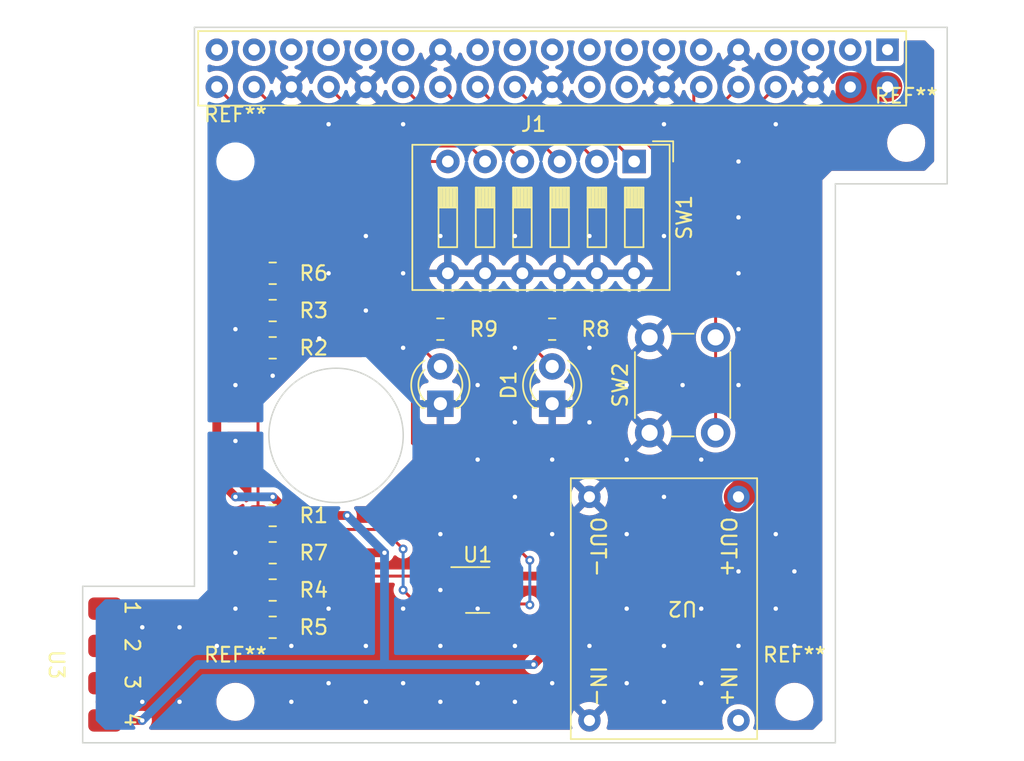
<source format=kicad_pcb>
(kicad_pcb (version 20221018) (generator pcbnew)
  (layers (0 "F.Cu" signal) (31 "B.Cu" signal) (34 "B.Paste" user) (35 "F.Paste" user) (36 "B.SilkS" user "B.Silkscreen") (37 "F.SilkS" user "F.Silkscreen") (38 "B.Mask" user) (39 "F.Mask" user) (44 "Edge.Cuts" user))
  (net 0 "")
  (net 1 "GND")
  (net 2 "Net-(D1-A)")
  (net 3 "Net-(D2-A)")
  (net 5 "+5V")
  (net 15 "Net-(J1-GPIO25)")
  (net 17 "Net-(J1-~{CE0}{slash}GPIO8)")
  (net 18 "Net-(J1-~{CE1}{slash}GPIO7)")
  (net 20 "Net-(J1-ID_SC{slash}GPIO1)")
  (net 23 "Net-(J1-PWM0{slash}GPIO12)")
  (net 26 "Net-(J1-GPIO16)")
  (net 28 "Net-(J1-GPIO20{slash}MOSI1)")
  (net 29 "Net-(U1-+)")
  (net 30 "Net-(R4-Pad1)")
  (net 31 "Net-(U1--)")
  (net 32 "Net-(U3-A)")
  (net 33 "+9V")
  (net 34 "Net-(J1-GPIO14{slash}TXD)")
  (net 35 "Net-(J1-GPIO15{slash}RXD)")
  (net 36 "Net-(J1-GPIO18{slash}PWM0)")
  (footprint "LED_THT:LED_D3.0mm" (layer "F.Cu") (at 143.51 88.9 90)
    (fp_text reference "D2" hide)
    (fp_text value "LED GREEN")
    (fp_line (start -0.29 -1.236) (end -0.29 -1.08) (stroke (width 0.12)) (layer "F.SilkS"))
    (fp_line (start -0.29 1.08) (end -0.29 1.236) (stroke (width 0.12)) (layer "F.SilkS"))
    (fp_arc (start -0.29 -1.235516) (mid 1.366487 -1.987659) (end 2.942335 -1.078608) (stroke (width 0.12)) (layer "F.SilkS"))
    (fp_arc (start 0.229039 -1.08) (mid 1.270117 -1.5) (end 2.31113 -1.079837) (stroke (width 0.12)) (layer "F.SilkS"))
    (fp_arc (start 2.31113 1.079837) (mid 1.270117 1.5) (end 0.229039 1.08) (stroke (width 0.12)) (layer "F.SilkS"))
    (fp_arc (start 2.942335 1.078608) (mid 1.366487 1.987659) (end -0.29 1.235516) (stroke (width 0.12)) (layer "F.SilkS"))
    (pad "1" thru_hole rect (at 0 0 90) (size 1.8 1.8) (drill 0.9) (layers "*.Cu" "*.Mask") (net 1 "GND"))
    (pad "2" thru_hole circle (at 2.54 0 90) (size 1.8 1.8) (drill 0.9) (layers "*.Cu" "*.Mask") (net 3 "Net-(D2-A)"))
  )
  (footprint "Resistor_SMD:R_0805_2012Metric_Pad1.20x1.40mm_HandSolder" (layer "F.Cu") (at 132.08 85.09)
    (fp_text reference "R2" (at 2.794 0) (layer "F.SilkS"))
    (fp_text value "1k")
    (fp_line (start -0.227064 -0.735) (end 0.227064 -0.735) (stroke (width 0.12)) (layer "F.SilkS"))
    (fp_line (start -0.227064 0.735) (end 0.227064 0.735) (stroke (width 0.12)) (layer "F.SilkS"))
    (pad "1" smd roundrect (at -1 0) (size 1.2 1.4) (layers "F.Cu" "F.Paste" "F.Mask") (roundrect_rratio 0.208333) (net 29 "Net-(U1-+)"))
    (pad "2" smd roundrect (at 1 0) (size 1.2 1.4) (layers "F.Cu" "F.Paste" "F.Mask") (roundrect_rratio 0.208333) (net 1 "GND"))
  )
  (footprint "Crockwork_Cinecamera:LBR-123F_2" (layer "F.Cu") (at 116.84 106.68 -90)
    (fp_text reference "U3" (at 0 -0.5 -90 unlocked) (layer "F.SilkS"))
    (fp_text value "LBR-123F_2")
    (fp_text user "1" (at -4.445 -5.08 -90 unlocked) (layer "F.SilkS") (effects (justify left bottom)))
    (fp_text user "2" (at -1.905 -5.08 -90 unlocked) (layer "F.SilkS") (effects (justify left bottom)))
    (fp_text user "3" (at 0.635 -5.08 -90 unlocked) (layer "F.SilkS") (effects (justify left bottom)))
    (fp_text user "4" (at 3.175 -5.08 -90 unlocked) (layer "F.SilkS") (effects (justify left bottom)))
    (pad "1" smd roundrect (at -3.81 -3.81) (size 2.286 1.524) (layers "F.Cu" "F.Paste" "F.Mask") (net 32 "Net-(U3-A)"))
    (pad "2" smd roundrect (at -1.27 -3.81) (size 2.286 1.524) (layers "F.Cu" "F.Paste" "F.Mask") (net 1 "GND"))
    (pad "3" smd roundrect (at 1.27 -3.81 180) (size 2.286 1.524) (layers "F.Cu" "F.Paste" "F.Mask") (net 30 "Net-(R4-Pad1)"))
    (pad "4" smd roundrect (at 3.81 -3.81) (size 2.286 1.524) (layers "F.Cu" "F.Paste" "F.Mask") (net 5 "+5V"))
  )
  (footprint "Resistor_SMD:R_0805_2012Metric_Pad1.20x1.40mm_HandSolder" (layer "F.Cu") (at 132.08 82.55)
    (fp_text reference "R3" (at 2.794 0) (layer "F.SilkS"))
    (fp_text value "12k")
    (fp_line (start -0.227064 -0.735) (end 0.227064 -0.735) (stroke (width 0.12)) (layer "F.SilkS"))
    (fp_line (start -0.227064 0.735) (end 0.227064 0.735) (stroke (width 0.12)) (layer "F.SilkS"))
    (pad "1" smd roundrect (at -1 0) (size 1.2 1.4) (layers "F.Cu" "F.Paste" "F.Mask") (roundrect_rratio 0.208333) (net 29 "Net-(U1-+)"))
    (pad "2" smd roundrect (at 1 0) (size 1.2 1.4) (layers "F.Cu" "F.Paste" "F.Mask") (roundrect_rratio 0.208333) (net 15 "Net-(J1-GPIO25)"))
  )
  (footprint "Package_TO_SOT_SMD:SOT-23-5" (layer "F.Cu") (at 146.05 101.6)
    (fp_text reference "U1" (at 0 -2.4) (layer "F.SilkS"))
    (fp_text value "LM397")
    (fp_line (start 0 -1.56) (end -1.8 -1.56) (stroke (width 0.12)) (layer "F.SilkS"))
    (fp_line (start 0 -1.56) (end 0.8 -1.56) (stroke (width 0.12)) (layer "F.SilkS"))
    (fp_line (start 0 1.56) (end -0.8 1.56) (stroke (width 0.12)) (layer "F.SilkS"))
    (fp_line (start 0 1.56) (end 0.8 1.56) (stroke (width 0.12)) (layer "F.SilkS"))
    (pad "1" smd roundrect (at -1.1375 -0.95) (size 1.325 0.6) (layers "F.Cu" "F.Paste" "F.Mask") (net 31 "Net-(U1--)"))
    (pad "2" smd roundrect (at -1.1375 0) (size 1.325 0.6) (layers "F.Cu" "F.Paste" "F.Mask") (net 1 "GND"))
    (pad "3" smd roundrect (at -1.1375 0.95) (size 1.325 0.6) (layers "F.Cu" "F.Paste" "F.Mask") (net 29 "Net-(U1-+)"))
    (pad "4" smd roundrect (at 1.1375 0.95) (size 1.325 0.6) (layers "F.Cu" "F.Paste" "F.Mask") (net 15 "Net-(J1-GPIO25)"))
    (pad "5" smd roundrect (at 1.1375 -0.95) (size 1.325 0.6) (layers "F.Cu" "F.Paste" "F.Mask") (net 5 "+5V"))
  )
  (footprint "Button_Switch_THT:SW_DIP_SPSTx06_Slide_9.78x17.42mm_W7.62mm_P2.54mm" (layer "F.Cu") (at 156.718 72.39 -90)
    (fp_text reference "SW1" (at 3.81 -3.42 90) (layer "F.SilkS"))
    (fp_text value "SW_DIP_x06")
    (fp_line (start -1.38 -2.66) (end -1.38 -1.277) (stroke (width 0.12)) (layer "F.SilkS"))
    (fp_line (start -1.38 -2.66) (end 0.004 -2.66) (stroke (width 0.12)) (layer "F.SilkS"))
    (fp_line (start -1.14 -2.42) (end -1.14 15.12) (stroke (width 0.12)) (layer "F.SilkS"))
    (fp_line (start -1.14 -2.42) (end 8.76 -2.42) (stroke (width 0.12)) (layer "F.SilkS"))
    (fp_line (start -1.14 15.12) (end 8.76 15.12) (stroke (width 0.12)) (layer "F.SilkS"))
    (fp_line (start 1.78 -0.635) (end 1.78 0.635) (stroke (width 0.12)) (layer "F.SilkS"))
    (fp_line (start 1.78 -0.515) (end 3.133333 -0.515) (stroke (width 0.12)) (layer "F.SilkS"))
    (fp_line (start 1.78 -0.395) (end 3.133333 -0.395) (stroke (width 0.12)) (layer "F.SilkS"))
    (fp_line (start 1.78 -0.275) (end 3.133333 -0.275) (stroke (width 0.12)) (layer "F.SilkS"))
    (fp_line (start 1.78 -0.155) (end 3.133333 -0.155) (stroke (width 0.12)) (layer "F.SilkS"))
    (fp_line (start 1.78 -0.035) (end 3.133333 -0.035) (stroke (width 0.12)) (layer "F.SilkS"))
    (fp_line (start 1.78 0.085) (end 3.133333 0.085) (stroke (width 0.12)) (layer "F.SilkS"))
    (fp_line (start 1.78 0.205) (end 3.133333 0.205) (stroke (width 0.12)) (layer "F.SilkS"))
    (fp_line (start 1.78 0.325) (end 3.133333 0.325) (stroke (width 0.12)) (layer "F.SilkS"))
    (fp_line (start 1.78 0.445) (end 3.133333 0.445) (stroke (width 0.12)) (layer "F.SilkS"))
    (fp_line (start 1.78 0.565) (end 3.133333 0.565) (stroke (width 0.12)) (layer "F.SilkS"))
    (fp_line (start 1.78 0.635) (end 5.84 0.635) (stroke (width 0.12)) (layer "F.SilkS"))
    (fp_line (start 1.78 1.905) (end 1.78 3.175) (stroke (width 0.12)) (layer "F.SilkS"))
    (fp_line (start 1.78 2.025) (end 3.133333 2.025) (stroke (width 0.12)) (layer "F.SilkS"))
    (fp_line (start 1.78 2.145) (end 3.133333 2.145) (stroke (width 0.12)) (layer "F.SilkS"))
    (fp_line (start 1.78 2.265) (end 3.133333 2.265) (stroke (width 0.12)) (layer "F.SilkS"))
    (fp_line (start 1.78 2.385) (end 3.133333 2.385) (stroke (width 0.12)) (layer "F.SilkS"))
    (fp_line (start 1.78 2.505) (end 3.133333 2.505) (stroke (width 0.12)) (layer "F.SilkS"))
    (fp_line (start 1.78 2.625) (end 3.133333 2.625) (stroke (width 0.12)) (layer "F.SilkS"))
    (fp_line (start 1.78 2.745) (end 3.133333 2.745) (stroke (width 0.12)) (layer "F.SilkS"))
    (fp_line (start 1.78 2.865) (end 3.133333 2.865) (stroke (width 0.12)) (layer "F.SilkS"))
    (fp_line (start 1.78 2.985) (end 3.133333 2.985) (stroke (width 0.12)) (layer "F.SilkS"))
    (fp_line (start 1.78 3.105) (end 3.133333 3.105) (stroke (width 0.12)) (layer "F.SilkS"))
    (fp_line (start 1.78 3.175) (end 5.84 3.175) (stroke (width 0.12)) (layer "F.SilkS"))
    (fp_line (start 1.78 4.445) (end 1.78 5.715) (stroke (width 0.12)) (layer "F.SilkS"))
    (fp_line (start 1.78 4.565) (end 3.133333 4.565) (stroke (width 0.12)) (layer "F.SilkS"))
    (fp_line (start 1.78 4.685) (end 3.133333 4.685) (stroke (width 0.12)) (layer "F.SilkS"))
    (fp_line (start 1.78 4.805) (end 3.133333 4.805) (stroke (width 0.12)) (layer "F.SilkS"))
    (fp_line (start 1.78 4.925) (end 3.133333 4.925) (stroke (width 0.12)) (layer "F.SilkS"))
    (fp_line (start 1.78 5.045) (end 3.133333 5.045) (stroke (width 0.12)) (layer "F.SilkS"))
    (fp_line (start 1.78 5.165) (end 3.133333 5.165) (stroke (width 0.12)) (layer "F.SilkS"))
    (fp_line (start 1.78 5.285) (end 3.133333 5.285) (stroke (width 0.12)) (layer "F.SilkS"))
    (fp_line (start 1.78 5.405) (end 3.133333 5.405) (stroke (width 0.12)) (layer "F.SilkS"))
    (fp_line (start 1.78 5.525) (end 3.133333 5.525) (stroke (width 0.12)) (layer "F.SilkS"))
    (fp_line (start 1.78 5.645) (end 3.133333 5.645) (stroke (width 0.12)) (layer "F.SilkS"))
    (fp_line (start 1.78 5.715) (end 5.84 5.715) (stroke (width 0.12)) (layer "F.SilkS"))
    (fp_line (start 1.78 6.985) (end 1.78 8.255) (stroke (width 0.12)) (layer "F.SilkS"))
    (fp_line (start 1.78 7.105) (end 3.133333 7.105) (stroke (width 0.12)) (layer "F.SilkS"))
    (fp_line (start 1.78 7.225) (end 3.133333 7.225) (stroke (width 0.12)) (layer "F.SilkS"))
    (fp_line (start 1.78 7.345) (end 3.133333 7.345) (stroke (width 0.12)) (layer "F.SilkS"))
    (fp_line (start 1.78 7.465) (end 3.133333 7.465) (stroke (width 0.12)) (layer "F.SilkS"))
    (fp_line (start 1.78 7.585) (end 3.133333 7.585) (stroke (width 0.12)) (layer "F.SilkS"))
    (fp_line (start 1.78 7.705) (end 3.133333 7.705) (stroke (width 0.12)) (layer "F.SilkS"))
    (fp_line (start 1.78 7.825) (end 3.133333 7.825) (stroke (width 0.12)) (layer "F.SilkS"))
    (fp_line (start 1.78 7.945) (end 3.133333 7.945) (stroke (width 0.12)) (layer "F.SilkS"))
    (fp_line (start 1.78 8.065) (end 3.133333 8.065) (stroke (width 0.12)) (layer "F.SilkS"))
    (fp_line (start 1.78 8.185) (end 3.133333 8.185) (stroke (width 0.12)) (layer "F.SilkS"))
    (fp_line (start 1.78 8.255) (end 5.84 8.255) (stroke (width 0.12)) (layer "F.SilkS"))
    (fp_line (start 1.78 9.525) (end 1.78 10.795) (stroke (width 0.12)) (layer "F.SilkS"))
    (fp_line (start 1.78 9.645) (end 3.133333 9.645) (stroke (width 0.12)) (layer "F.SilkS"))
    (fp_line (start 1.78 9.765) (end 3.133333 9.765) (stroke (width 0.12)) (layer "F.SilkS"))
    (fp_line (start 1.78 9.885) (end 3.133333 9.885) (stroke (width 0.12)) (layer "F.SilkS"))
    (fp_line (start 1.78 10.005) (end 3.133333 10.005) (stroke (width 0.12)) (layer "F.SilkS"))
    (fp_line (start 1.78 10.125) (end 3.133333 10.125) (stroke (width 0.12)) (layer "F.SilkS"))
    (fp_line (start 1.78 10.245) (end 3.133333 10.245) (stroke (width 0.12)) (layer "F.SilkS"))
    (fp_line (start 1.78 10.365) (end 3.133333 10.365) (stroke (width 0.12)) (layer "F.SilkS"))
    (fp_line (start 1.78 10.485) (end 3.133333 10.485) (stroke (width 0.12)) (layer "F.SilkS"))
    (fp_line (start 1.78 10.605) (end 3.133333 10.605) (stroke (width 0.12)) (layer "F.SilkS"))
    (fp_line (start 1.78 10.725) (end 3.133333 10.725) (stroke (width 0.12)) (layer "F.SilkS"))
    (fp_line (start 1.78 10.795) (end 5.84 10.795) (stroke (width 0.12)) (layer "F.SilkS"))
    (fp_line (start 1.78 12.065) (end 1.78 13.335) (stroke (width 0.12)) (layer "F.SilkS"))
    (fp_line (start 1.78 12.185) (end 3.133333 12.185) (stroke (width 0.12)) (layer "F.SilkS"))
    (fp_line (start 1.78 12.305) (end 3.133333 12.305) (stroke (width 0.12)) (layer "F.SilkS"))
    (fp_line (start 1.78 12.425) (end 3.133333 12.425) (stroke (width 0.12)) (layer "F.SilkS"))
    (fp_line (start 1.78 12.545) (end 3.133333 12.545) (stroke (width 0.12)) (layer "F.SilkS"))
    (fp_line (start 1.78 12.665) (end 3.133333 12.665) (stroke (width 0.12)) (layer "F.SilkS"))
    (fp_line (start 1.78 12.785) (end 3.133333 12.785) (stroke (width 0.12)) (layer "F.SilkS"))
    (fp_line (start 1.78 12.905) (end 3.133333 12.905) (stroke (width 0.12)) (layer "F.SilkS"))
    (fp_line (start 1.78 13.025) (end 3.133333 13.025) (stroke (width 0.12)) (layer "F.SilkS"))
    (fp_line (start 1.78 13.145) (end 3.133333 13.145) (stroke (width 0.12)) (layer "F.SilkS"))
    (fp_line (start 1.78 13.265) (end 3.133333 13.265) (stroke (width 0.12)) (layer "F.SilkS"))
    (fp_line (start 1.78 13.335) (end 5.84 13.335) (stroke (width 0.12)) (layer "F.SilkS"))
    (fp_line (start 3.133333 -0.635) (end 3.133333 0.635) (stroke (width 0.12)) (layer "F.SilkS"))
    (fp_line (start 3.133333 1.905) (end 3.133333 3.175) (stroke (width 0.12)) (layer "F.SilkS"))
    (fp_line (start 3.133333 4.445) (end 3.133333 5.715) (stroke (width 0.12)) (layer "F.SilkS"))
    (fp_line (start 3.133333 6.985) (end 3.133333 8.255) (stroke (width 0.12)) (layer "F.SilkS"))
    (fp_line (start 3.133333 9.525) (end 3.133333 10.795) (stroke (width 0.12)) (layer "F.SilkS"))
    (fp_line (start 3.133333 12.065) (end 3.133333 13.335) (stroke (width 0.12)) (layer "F.SilkS"))
    (fp_line (start 5.84 -0.635) (end 1.78 -0.635) (stroke (width 0.12)) (layer "F.SilkS"))
    (fp_line (start 5.84 0.635) (end 5.84 -0.635) (stroke (width 0.12)) (layer "F.SilkS"))
    (fp_line (start 5.84 1.905) (end 1.78 1.905) (stroke (width 0.12)) (layer "F.SilkS"))
    (fp_line (start 5.84 3.175) (end 5.84 1.905) (stroke (width 0.12)) (layer "F.SilkS"))
    (fp_line (start 5.84 4.445) (end 1.78 4.445) (stroke (width 0.12)) (layer "F.SilkS"))
    (fp_line (start 5.84 5.715) (end 5.84 4.445) (stroke (width 0.12)) (layer "F.SilkS"))
    (fp_line (start 5.84 6.985) (end 1.78 6.985) (stroke (width 0.12)) (layer "F.SilkS"))
    (fp_line (start 5.84 8.255) (end 5.84 6.985) (stroke (width 0.12)) (layer "F.SilkS"))
    (fp_line (start 5.84 9.525) (end 1.78 9.525) (stroke (width 0.12)) (layer "F.SilkS"))
    (fp_line (start 5.84 10.795) (end 5.84 9.525) (stroke (width 0.12)) (layer "F.SilkS"))
    (fp_line (start 5.84 12.065) (end 1.78 12.065) (stroke (width 0.12)) (layer "F.SilkS"))
    (fp_line (start 5.84 13.335) (end 5.84 12.065) (stroke (width 0.12)) (layer "F.SilkS"))
    (fp_line (start 8.76 -2.42) (end 8.76 15.12) (stroke (width 0.12)) (layer "F.SilkS"))
    (pad "1" thru_hole rect (at 0 0 270) (size 1.6 1.6) (drill 0.8) (layers "*.Cu" "*.Mask") (net 17 "Net-(J1-~{CE0}{slash}GPIO8)"))
    (pad "2" thru_hole oval (at 0 2.54 270) (size 1.6 1.6) (drill 0.8) (layers "*.Cu" "*.Mask") (net 18 "Net-(J1-~{CE1}{slash}GPIO7)"))
    (pad "3" thru_hole oval (at 0 5.08 270) (size 1.6 1.6) (drill 0.8) (layers "*.Cu" "*.Mask") (net 20 "Net-(J1-ID_SC{slash}GPIO1)"))
    (pad "4" thru_hole oval (at 0 7.62 270) (size 1.6 1.6) (drill 0.8) (layers "*.Cu" "*.Mask") (net 23 "Net-(J1-PWM0{slash}GPIO12)"))
    (pad "5" thru_hole oval (at 0 10.16 270) (size 1.6 1.6) (drill 0.8) (layers "*.Cu" "*.Mask") (net 26 "Net-(J1-GPIO16)"))
    (pad "6" thru_hole oval (at 0 12.7 270) (size 1.6 1.6) (drill 0.8) (layers "*.Cu" "*.Mask") (net 28 "Net-(J1-GPIO20{slash}MOSI1)"))
    (pad "7" thru_hole oval (at 7.62 12.7 270) (size 1.6 1.6) (drill 0.8) (layers "*.Cu" "*.Mask") (net 1 "GND"))
    (pad "8" thru_hole oval (at 7.62 10.16 270) (size 1.6 1.6) (drill 0.8) (layers "*.Cu" "*.Mask") (net 1 "GND"))
    (pad "9" thru_hole oval (at 7.62 7.62 270) (size 1.6 1.6) (drill 0.8) (layers "*.Cu" "*.Mask") (net 1 "GND"))
    (pad "10" thru_hole oval (at 7.62 5.08 270) (size 1.6 1.6) (drill 0.8) (layers "*.Cu" "*.Mask") (net 1 "GND"))
    (pad "11" thru_hole oval (at 7.62 2.54 270) (size 1.6 1.6) (drill 0.8) (layers "*.Cu" "*.Mask") (net 1 "GND"))
    (pad "12" thru_hole oval (at 7.62 0 270) (size 1.6 1.6) (drill 0.8) (layers "*.Cu" "*.Mask") (net 1 "GND"))
  )
  (footprint "MountingHole:MountingHole_2.1mm" (layer "F.Cu") (at 129.54 109.22)
    (fp_text reference "REF**" (at 0 -3.2) (layer "F.SilkS"))
    (fp_text value "MountingHole_2.1mm")
    (pad "" np_thru_hole circle (at 0 0) (size 2.1 2.1) (drill 2.1) (layers "*.Cu" "*.Mask"))
  )
  (footprint "Resistor_SMD:R_0805_2012Metric_Pad1.20x1.40mm_HandSolder" (layer "F.Cu") (at 132.08 104.14)
    (fp_text reference "R5" (at 2.794 0) (layer "F.SilkS"))
    (fp_text value "2k")
    (fp_line (start -0.227064 -0.735) (end 0.227064 -0.735) (stroke (width 0.12)) (layer "F.SilkS"))
    (fp_line (start -0.227064 0.735) (end 0.227064 0.735) (stroke (width 0.12)) (layer "F.SilkS"))
    (pad "1" smd roundrect (at -1 0) (size 1.2 1.4) (layers "F.Cu" "F.Paste" "F.Mask") (roundrect_rratio 0.208333) (net 30 "Net-(R4-Pad1)"))
    (pad "2" smd roundrect (at 1 0) (size 1.2 1.4) (layers "F.Cu" "F.Paste" "F.Mask") (roundrect_rratio 0.208333) (net 1 "GND"))
  )
  (footprint "Resistor_SMD:R_0805_2012Metric_Pad1.20x1.40mm_HandSolder" (layer "F.Cu") (at 151.13 83.82 180)
    (fp_text reference "R8" (at -2.959033 0) (layer "F.SilkS"))
    (fp_text value "1k")
    (fp_line (start -0.227064 -0.735) (end 0.227064 -0.735) (stroke (width 0.12)) (layer "F.SilkS"))
    (fp_line (start -0.227064 0.735) (end 0.227064 0.735) (stroke (width 0.12)) (layer "F.SilkS"))
    (pad "1" smd roundrect (at -1 0 180) (size 1.2 1.4) (layers "F.Cu" "F.Paste" "F.Mask") (roundrect_rratio 0.208333) (net 35 "Net-(J1-GPIO15{slash}RXD)"))
    (pad "2" smd roundrect (at 1 0 180) (size 1.2 1.4) (layers "F.Cu" "F.Paste" "F.Mask") (roundrect_rratio 0.208333) (net 2 "Net-(D1-A)"))
  )
  (footprint "MountingHole:MountingHole_2.1mm" (layer "F.Cu") (at 129.54 72.39)
    (fp_text reference "REF**" (at 0 -3.2) (layer "F.SilkS"))
    (fp_text value "MountingHole_2.1mm")
    (pad "" np_thru_hole circle (at 0 0) (size 2.1 2.1) (drill 2.1) (layers "*.Cu" "*.Mask"))
  )
  (footprint "Resistor_SMD:R_0805_2012Metric_Pad1.20x1.40mm_HandSolder" (layer "F.Cu") (at 132.08 99.06 180)
    (fp_text reference "R7" (at -2.794 0) (layer "F.SilkS"))
    (fp_text value "220")
    (fp_line (start -0.227064 -0.735) (end 0.227064 -0.735) (stroke (width 0.12)) (layer "F.SilkS"))
    (fp_line (start -0.227064 0.735) (end 0.227064 0.735) (stroke (width 0.12)) (layer "F.SilkS"))
    (pad "1" smd roundrect (at -1 0 180) (size 1.2 1.4) (layers "F.Cu" "F.Paste" "F.Mask") (roundrect_rratio 0.208333) (net 5 "+5V"))
    (pad "2" smd roundrect (at 1 0 180) (size 1.2 1.4) (layers "F.Cu" "F.Paste" "F.Mask") (roundrect_rratio 0.208333) (net 32 "Net-(U3-A)"))
  )
  (footprint "Crockwork_Cinecamera:raspberry Pi socket 2x19" (layer "F.Cu") (at 173.99 64.77 -90)
    (fp_text reference "J1" (at 5.08 24.13 unlocked) (layer "F.SilkS"))
    (fp_text value "Raspberry_Pi_zero2W")
    (fp_line (start -1.27 -1.27) (end -1.27 46.99) (stroke (width 0.12)) (layer "F.SilkS"))
    (fp_line (start 3.81 -1.27) (end -1.27 -1.27) (stroke (width 0.12)) (layer "F.SilkS"))
    (fp_line (start 3.81 -1.27) (end 3.81 46.99) (stroke (width 0.12)) (layer "F.SilkS"))
    (fp_line (start 3.81 46.99) (end -1.27 46.99) (stroke (width 0.12)) (layer "F.SilkS"))
    (pad "1" thru_hole rect (at 0 0 270) (size 1.524 1.524) (drill 0.762) (layers "*.Cu" "*.Mask"))
    (pad "2" thru_hole circle (at 2.54 0 270) (size 1.524 1.524) (drill 0.762) (layers "*.Cu" "*.Mask") (net 5 "+5V"))
    (pad "3" thru_hole circle (at 0 2.54 270) (size 1.524 1.524) (drill 0.762) (layers "*.Cu" "*.Mask"))
    (pad "4" thru_hole circle (at 2.54 2.54 270) (size 1.524 1.524) (drill 0.762) (layers "*.Cu" "*.Mask") (net 5 "+5V"))
    (pad "5" thru_hole circle (at 0 5.08 270) (size 1.524 1.524) (drill 0.762) (layers "*.Cu" "*.Mask"))
    (pad "6" thru_hole circle (at 2.54 5.08 270) (size 1.524 1.524) (drill 0.762) (layers "*.Cu" "*.Mask") (net 1 "GND"))
    (pad "7" thru_hole circle (at 0 7.62 270) (size 1.524 1.524) (drill 0.762) (layers "*.Cu" "*.Mask"))
    (pad "8" thru_hole circle (at 2.54 7.62 270) (size 1.524 1.524) (drill 0.762) (layers "*.Cu" "*.Mask") (net 34 "Net-(J1-GPIO14{slash}TXD)"))
    (pad "9" thru_hole circle (at 0 10.16 270) (size 1.524 1.524) (drill 0.762) (layers "*.Cu" "*.Mask") (net 1 "GND"))
    (pad "10" thru_hole circle (at 2.54 10.16 270) (size 1.524 1.524) (drill 0.762) (layers "*.Cu" "*.Mask") (net 35 "Net-(J1-GPIO15{slash}RXD)"))
    (pad "11" thru_hole circle (at 0 12.7 270) (size 1.524 1.524) (drill 0.762) (layers "*.Cu" "*.Mask"))
    (pad "12" thru_hole circle (at 2.54 12.7 270) (size 1.524 1.524) (drill 0.762) (layers "*.Cu" "*.Mask") (net 36 "Net-(J1-GPIO18{slash}PWM0)"))
    (pad "13" thru_hole circle (at 0 15.24 270) (size 1.524 1.524) (drill 0.762) (layers "*.Cu" "*.Mask"))
    (pad "14" thru_hole circle (at 2.54 15.24 270) (size 1.524 1.524) (drill 0.762) (layers "*.Cu" "*.Mask") (net 1 "GND"))
    (pad "15" thru_hole circle (at 0 17.78 270) (size 1.524 1.524) (drill 0.762) (layers "*.Cu" "*.Mask"))
    (pad "16" thru_hole circle (at 2.54 17.78 270) (size 1.524 1.524) (drill 0.762) (layers "*.Cu" "*.Mask"))
    (pad "17" thru_hole circle (at 0 20.32 270) (size 1.524 1.524) (drill 0.762) (layers "*.Cu" "*.Mask"))
    (pad "18" thru_hole circle (at 2.54 20.32 270) (size 1.524 1.524) (drill 0.762) (layers "*.Cu" "*.Mask"))
    (pad "19" thru_hole circle (at 0 22.86 270) (size 1.524 1.524) (drill 0.762) (layers "*.Cu" "*.Mask"))
    (pad "20" thru_hole circle (at 2.54 22.86 270) (size 1.524 1.524) (drill 0.762) (layers "*.Cu" "*.Mask") (net 1 "GND"))
    (pad "21" thru_hole circle (at 0 25.4 270) (size 1.524 1.524) (drill 0.762) (layers "*.Cu" "*.Mask"))
    (pad "22" thru_hole circle (at 2.54 25.4 270) (size 1.524 1.524) (drill 0.762) (layers "*.Cu" "*.Mask") (net 15 "Net-(J1-GPIO25)"))
    (pad "23" thru_hole circle (at 0 27.94 270) (size 1.524 1.524) (drill 0.762) (layers "*.Cu" "*.Mask"))
    (pad "24" thru_hole circle (at 2.54 27.94 270) (size 1.524 1.524) (drill 0.762) (layers "*.Cu" "*.Mask") (net 17 "Net-(J1-~{CE0}{slash}GPIO8)"))
    (pad "25" thru_hole circle (at 0 30.48 270) (size 1.524 1.524) (drill 0.762) (layers "*.Cu" "*.Mask") (net 1 "GND"))
    (pad "26" thru_hole circle (at 2.54 30.48 270) (size 1.524 1.524) (drill 0.762) (layers "*.Cu" "*.Mask") (net 18 "Net-(J1-~{CE1}{slash}GPIO7)"))
    (pad "27" thru_hole circle (at 0 33.02 270) (size 1.524 1.524) (drill 0.762) (layers "*.Cu" "*.Mask"))
    (pad "28" thru_hole circle (at 2.54 33.02 270) (size 1.524 1.524) (drill 0.762) (layers "*.Cu" "*.Mask") (net 20 "Net-(J1-ID_SC{slash}GPIO1)"))
    (pad "29" thru_hole circle (at 0 35.56 270) (size 1.524 1.524) (drill 0.762) (layers "*.Cu" "*.Mask"))
    (pad "30" thru_hole circle (at 2.54 35.56 270) (size 1.524 1.524) (drill 0.762) (layers "*.Cu" "*.Mask") (net 1 "GND"))
    (pad "31" thru_hole circle (at 0 38.1 270) (size 1.524 1.524) (drill 0.762) (layers "*.Cu" "*.Mask"))
    (pad "32" thru_hole circle (at 2.54 38.1 270) (size 1.524 1.524) (drill 0.762) (layers "*.Cu" "*.Mask") (net 23 "Net-(J1-PWM0{slash}GPIO12)"))
    (pad "33" thru_hole circle (at 0 40.64 270) (size 1.524 1.524) (drill 0.762) (layers "*.Cu" "*.Mask"))
    (pad "34" thru_hole circle (at 2.54 40.64 270) (size 1.524 1.524) (drill 0.762) (layers "*.Cu" "*.Mask") (net 1 "GND"))
    (pad "35" thru_hole circle (at 0 43.18 270) (size 1.524 1.524) (drill 0.762) (layers "*.Cu" "*.Mask"))
    (pad "36" thru_hole circle (at 2.54 43.18 270) (size 1.524 1.524) (drill 0.762) (layers "*.Cu" "*.Mask") (net 26 "Net-(J1-GPIO16)"))
    (pad "37" thru_hole circle (at 0 45.72 270) (size 1.524 1.524) (drill 0.762) (layers "*.Cu" "*.Mask"))
    (pad "38" thru_hole circle (at 2.54 45.72 270) (size 1.524 1.524) (drill 0.762) (layers "*.Cu" "*.Mask") (net 28 "Net-(J1-GPIO20{slash}MOSI1)"))
  )
  (footprint "LED_THT:LED_D3.0mm" (layer "F.Cu") (at 151.13 88.9 90)
    (fp_text reference "D1" (at 1.27 -2.96 90) (layer "F.SilkS"))
    (fp_text value "LED RED")
    (fp_line (start -0.29 -1.236) (end -0.29 -1.08) (stroke (width 0.12)) (layer "F.SilkS"))
    (fp_line (start -0.29 1.08) (end -0.29 1.236) (stroke (width 0.12)) (layer "F.SilkS"))
    (fp_arc (start -0.29 -1.235516) (mid 1.366487 -1.987659) (end 2.942335 -1.078608) (stroke (width 0.12)) (layer "F.SilkS"))
    (fp_arc (start 0.229039 -1.08) (mid 1.270117 -1.5) (end 2.31113 -1.079837) (stroke (width 0.12)) (layer "F.SilkS"))
    (fp_arc (start 2.31113 1.079837) (mid 1.270117 1.5) (end 0.229039 1.08) (stroke (width 0.12)) (layer "F.SilkS"))
    (fp_arc (start 2.942335 1.078608) (mid 1.366487 1.987659) (end -0.29 1.235516) (stroke (width 0.12)) (layer "F.SilkS"))
    (pad "1" thru_hole rect (at 0 0 90) (size 1.8 1.8) (drill 0.9) (layers "*.Cu" "*.Mask") (net 1 "GND"))
    (pad "2" thru_hole circle (at 2.54 0 90) (size 1.8 1.8) (drill 0.9) (layers "*.Cu" "*.Mask") (net 2 "Net-(D1-A)"))
  )
  (footprint "MountingHole:MountingHole_2.1mm" (layer "F.Cu") (at 167.64 109.22)
    (fp_text reference "REF**" (at 0 -3.2) (layer "F.SilkS"))
    (fp_text value "MountingHole_2.1mm")
    (pad "" np_thru_hole circle (at 0 0) (size 2.1 2.1) (drill 2.1) (layers "*.Cu" "*.Mask"))
  )
  (footprint "MountingHole:MountingHole_2.1mm" (layer "F.Cu") (at 175.26 71.12)
    (fp_text reference "REF**" (at 0 -3.2) (layer "F.SilkS"))
    (fp_text value "MountingHole_2.1mm")
    (pad "" np_thru_hole circle (at 0 0) (size 2.1 2.1) (drill 2.1) (layers "*.Cu" "*.Mask"))
  )
  (footprint "Button_Switch_THT:SW_PUSH_6mm" (layer "F.Cu") (at 157.77 90.88 90)
    (fp_text reference "SW2" (at 3.25 -2 90) (layer "F.SilkS"))
    (fp_text value "SW_shutdown")
    (fp_line (start -0.25 1.5) (end -0.25 3) (stroke (width 0.12)) (layer "F.SilkS"))
    (fp_line (start 1 5.5) (end 5.5 5.5) (stroke (width 0.12)) (layer "F.SilkS"))
    (fp_line (start 5.5 -1) (end 1 -1) (stroke (width 0.12)) (layer "F.SilkS"))
    (fp_line (start 6.75 3) (end 6.75 1.5) (stroke (width 0.12)) (layer "F.SilkS"))
    (pad "1" thru_hole circle (at 0 0 180) (size 2 2) (drill 1.1) (layers "*.Cu" "*.Mask") (net 1 "GND"))
    (pad "1" thru_hole circle (at 6.5 0 180) (size 2 2) (drill 1.1) (layers "*.Cu" "*.Mask") (net 1 "GND"))
    (pad "2" thru_hole circle (at 0 4.5 180) (size 2 2) (drill 1.1) (layers "*.Cu" "*.Mask") (net 34 "Net-(J1-GPIO14{slash}TXD)"))
    (pad "2" thru_hole circle (at 6.5 4.5 180) (size 2 2) (drill 1.1) (layers "*.Cu" "*.Mask") (net 34 "Net-(J1-GPIO14{slash}TXD)"))
  )
  (footprint "Resistor_SMD:R_0805_2012Metric_Pad1.20x1.40mm_HandSolder" (layer "F.Cu") (at 132.08 101.6)
    (fp_text reference "R4" (at 2.794 0) (layer "F.SilkS"))
    (fp_text value "220")
    (fp_line (start -0.227064 -0.735) (end 0.227064 -0.735) (stroke (width 0.12)) (layer "F.SilkS"))
    (fp_line (start -0.227064 0.735) (end 0.227064 0.735) (stroke (width 0.12)) (layer "F.SilkS"))
    (pad "1" smd roundrect (at -1 0) (size 1.2 1.4) (layers "F.Cu" "F.Paste" "F.Mask") (roundrect_rratio 0.208333) (net 30 "Net-(R4-Pad1)"))
    (pad "2" smd roundrect (at 1 0) (size 1.2 1.4) (layers "F.Cu" "F.Paste" "F.Mask") (roundrect_rratio 0.208333) (net 31 "Net-(U1--)"))
  )
  (footprint "Resistor_SMD:R_0805_2012Metric_Pad1.20x1.40mm_HandSolder" (layer "F.Cu") (at 132.08 96.52 180)
    (fp_text reference "R1" (at -2.794 0) (layer "F.SilkS"))
    (fp_text value "36k")
    (fp_line (start -0.227064 -0.735) (end 0.227064 -0.735) (stroke (width 0.12)) (layer "F.SilkS"))
    (fp_line (start -0.227064 0.735) (end 0.227064 0.735) (stroke (width 0.12)) (layer "F.SilkS"))
    (pad "1" smd roundrect (at -1 0 180) (size 1.2 1.4) (layers "F.Cu" "F.Paste" "F.Mask") (roundrect_rratio 0.208333) (net 5 "+5V"))
    (pad "2" smd roundrect (at 1 0 180) (size 1.2 1.4) (layers "F.Cu" "F.Paste" "F.Mask") (roundrect_rratio 0.208333) (net 29 "Net-(U1-+)"))
  )
  (footprint "Crockwork_Cinecamera:MP2307 DC-DC Board" (layer "F.Cu") (at 163.83 110.49 180)
    (fp_text reference "U2" (at 3.81 7.62 180 unlocked) (layer "F.SilkS"))
    (fp_text value "~")
    (fp_text user "OUT-" (at 10.16 13.97 270 unlocked) (layer "F.SilkS") (effects (justify left bottom)))
    (fp_text user "IN+" (at 1.27 3.81 270 unlocked) (layer "F.SilkS") (effects (justify left bottom)))
    (fp_text user "OUT+" (at 1.27 13.97 270 unlocked) (layer "F.SilkS") (effects (justify left bottom)))
    (fp_text user "IN-" (at 10.16 3.81 270 unlocked) (layer "F.SilkS") (effects (justify left bottom)))
    (fp_line (start -1.27 -1.27) (end 11.43 -1.27) (stroke (width 0.12)) (layer "F.SilkS"))
    (fp_line (start -1.27 16.51) (end -1.27 -1.27) (stroke (width 0.12)) (layer "F.SilkS"))
    (fp_line (start 11.43 -1.27) (end 11.43 16.51) (stroke (width 0.12)) (layer "F.SilkS"))
    (fp_line (start 11.43 16.51) (end -1.27 16.51) (stroke (width 0.12)) (layer "F.SilkS"))
    (pad "1" thru_hole circle (at 0 0 180) (size 1.524 1.524) (drill 0.762) (layers "*.Cu" "*.Mask") (net 33 "+9V"))
    (pad "2" thru_hole circle (at 10.16 0 180) (size 1.524 1.524) (drill 0.762) (layers "*.Cu" "*.Mask") (net 1 "GND"))
    (pad "3" thru_hole circle (at 0 15.24 180) (size 1.524 1.524) (drill 0.762) (layers "*.Cu" "*.Mask") (net 5 "+5V"))
    (pad "4" thru_hole circle (at 10.16 15.24 180) (size 1.524 1.524) (drill 0.762) (layers "*.Cu" "*.Mask") (net 1 "GND"))
  )
  (footprint "Resistor_SMD:R_0805_2012Metric_Pad1.20x1.40mm_HandSolder" (layer "F.Cu") (at 143.51 83.82 180)
    (fp_text reference "R9" (at -2.959033 0) (layer "F.SilkS"))
    (fp_text value "1k")
    (fp_line (start -0.227064 -0.735) (end 0.227064 -0.735) (stroke (width 0.12)) (layer "F.SilkS"))
    (fp_line (start -0.227064 0.735) (end 0.227064 0.735) (stroke (width 0.12)) (layer "F.SilkS"))
    (pad "1" smd roundrect (at -1 0 180) (size 1.2 1.4) (layers "F.Cu" "F.Paste" "F.Mask") (roundrect_rratio 0.208333) (net 36 "Net-(J1-GPIO18{slash}PWM0)"))
    (pad "2" smd roundrect (at 1 0 180) (size 1.2 1.4) (layers "F.Cu" "F.Paste" "F.Mask") (roundrect_rratio 0.208333) (net 3 "Net-(D2-A)"))
  )
  (footprint "Resistor_SMD:R_0805_2012Metric_Pad1.20x1.40mm_HandSolder" (layer "F.Cu") (at 132.08 80.01)
    (fp_text reference "R6" (at 2.794 0) (layer "F.SilkS"))
    (fp_text value "2k2")
    (fp_line (start -0.227064 -0.735) (end 0.227064 -0.735) (stroke (width 0.12)) (layer "F.SilkS"))
    (fp_line (start -0.227064 0.735) (end 0.227064 0.735) (stroke (width 0.12)) (layer "F.SilkS"))
    (pad "1" smd roundrect (at -1 0) (size 1.2 1.4) (layers "F.Cu" "F.Paste" "F.Mask") (roundrect_rratio 0.208333) (net 5 "+5V"))
    (pad "2" smd roundrect (at 1 0) (size 1.2 1.4) (layers "F.Cu" "F.Paste" "F.Mask") (roundrect_rratio 0.208333) (net 15 "Net-(J1-GPIO25)"))
  )
  (gr_line (start 178.054 73.914) (end 170.434 73.914) (stroke (width 0.1)) (layer "Edge.Cuts"))
  (gr_line (start 178.054 63.246) (end 178.054 73.914) (stroke (width 0.1)) (layer "Edge.Cuts"))
  (gr_line (start 119.126 101.346) (end 126.746 101.346) (stroke (width 0.1)) (layer "Edge.Cuts"))
  (gr_line (start 119.126 112.014) (end 119.126 101.346) (stroke (width 0.1)) (layer "Edge.Cuts"))
  (gr_circle (center 136.398 91.059) (end 140.208 93.599) (stroke (width 0.1)) (fill none) (layer "Edge.Cuts"))
  (gr_line (start 126.746 101.346) (end 126.746 63.246) (stroke (width 0.1)) (layer "Edge.Cuts"))
  (gr_line (start 170.434 112.014) (end 119.126 112.014) (stroke (width 0.1)) (layer "Edge.Cuts"))
  (gr_line (start 170.434 73.914) (end 170.434 112.014) (stroke (width 0.1)) (layer "Edge.Cuts"))
  (gr_line (start 126.746 63.246) (end 178.054 63.246) (stroke (width 0.1)) (layer "Edge.Cuts"))
  (segment (start 144.9125 101.6) (end 143.51 101.6) (width 0.6) (layer "F.Cu") (net 1))
  (via (at 135.89 69.85) (size 0.605) (drill 0.3) (layers "F.Cu" "B.Cu") (net 1))
  (via (at 163.83 100.33) (size 0.605) (drill 0.3) (layers "F.Cu" "B.Cu") (net 1))
  (via (at 148.59 95.25) (size 0.605) (drill 0.3) (layers "F.Cu" "B.Cu") (net 1))
  (via (at 125.73 104.14) (size 0.605) (drill 0.3) (layers "F.Cu" "B.Cu") (net 1))
  (via (at 151.13 107.95) (size 0.605) (drill 0.3) (layers "F.Cu" "B.Cu") (net 1))
  (via (at 133.35 105.41) (size 0.605) (drill 0.3) (layers "F.Cu" "B.Cu") (net 1))
  (via (at 140.97 107.95) (size 0.605) (drill 0.3) (layers "F.Cu" "B.Cu") (net 1))
  (via (at 156.21 102.87) (size 0.605) (drill 0.3) (layers "F.Cu" "B.Cu") (net 1))
  (via (at 146.05 87.63) (size 0.605) (drill 0.3) (layers "F.Cu" "B.Cu") (net 1))
  (via (at 143.51 105.41) (size 0.605) (drill 0.3) (layers "F.Cu" "B.Cu") (net 1))
  (via (at 135.89 80.01) (size 0.605) (drill 0.3) (layers "F.Cu" "B.Cu") (net 1))
  (via (at 143.51 109.22) (size 0.605) (drill 0.3) (layers "F.Cu" "B.Cu") (net 1))
  (via (at 166.37 102.87) (size 0.605) (drill 0.3) (layers "F.Cu" "B.Cu") (net 1))
  (via (at 123.19 104.14) (size 0.605) (drill 0.3) (layers "F.Cu" "B.Cu") (net 1))
  (via (at 129.54 99.06) (size 0.605) (drill 0.3) (layers "F.Cu" "B.Cu") (net 1))
  (via (at 167.64 105.41) (size 0.605) (drill 0.3) (layers "F.Cu" "B.Cu") (net 1))
  (via (at 163.83 72.39) (size 0.605) (drill 0.3) (layers "F.Cu" "B.Cu") (net 1))
  (via (at 146.05 107.95) (size 0.605) (drill 0.3) (layers "F.Cu" "B.Cu") (net 1))
  (via (at 161.29 107.95) (size 0.605) (drill 0.3) (layers "F.Cu" "B.Cu") (net 1))
  (via (at 153.67 105.41) (size 0.605) (drill 0.3) (layers "F.Cu" "B.Cu") (net 1))
  (via (at 167.64 100.33) (size 0.605) (drill 0.3) (layers "F.Cu" "B.Cu") (net 1))
  (via (at 140.97 69.85) (size 0.605) (drill 0.3) (layers "F.Cu" "B.Cu") (net 1))
  (via (at 125.73 109.22) (size 0.605) (drill 0.3) (layers "F.Cu" "B.Cu") (net 1))
  (via (at 161.29 92.71) (size 0.605) (drill 0.3) (layers "F.Cu" "B.Cu") (net 1))
  (via (at 161.29 102.87) (size 0.605) (drill 0.3) (layers "F.Cu" "B.Cu") (net 1))
  (via (at 156.21 87.63) (size 0.605) (drill 0.3) (layers "F.Cu" "B.Cu") (net 1))
  (via (at 163.83 83.82) (size 0.605) (drill 0.3) (layers "F.Cu" "B.Cu") (net 1))
  (via (at 158.75 105.41) (size 0.605) (drill 0.3) (layers "F.Cu" "B.Cu") (net 1))
  (via (at 156.21 92.71) (size 0.605) (drill 0.3) (layers "F.Cu" "B.Cu") (net 1))
  (via (at 148.59 105.41) (size 0.605) (drill 0.3) (layers "F.Cu" "B.Cu") (net 1))
  (via (at 143.51 97.79) (size 0.605) (drill 0.3) (layers "F.Cu" "B.Cu") (net 1))
  (via (at 166.37 97.79) (size 0.605) (drill 0.3) (layers "F.Cu" "B.Cu") (net 1))
  (via (at 148.59 109.22) (size 0.605) (drill 0.3) (layers "F.Cu" "B.Cu") (net 1))
  (via (at 143.51 101.6) (size 0.605) (drill 0.3) (layers "F.Cu" "B.Cu") (net 1))
  (via (at 153.67 90.17) (size 0.605) (drill 0.3) (layers "F.Cu" "B.Cu") (net 1))
  (via (at 146.05 92.71) (size 0.605) (drill 0.3) (layers "F.Cu" "B.Cu") (net 1))
  (via (at 163.83 76.2) (size 0.605) (drill 0.3) (layers "F.Cu" "B.Cu") (net 1))
  (via (at 135.89 107.95) (size 0.605) (drill 0.3) (layers "F.Cu" "B.Cu") (net 1))
  (via (at 146.05 102.87) (size 0.605) (drill 0.3) (layers "F.Cu" "B.Cu") (net 1))
  (via (at 158.75 109.22) (size 0.605) (drill 0.3) (layers "F.Cu" "B.Cu") (net 1))
  (via (at 156.21 107.95) (size 0.605) (drill 0.3) (layers "F.Cu" "B.Cu") (net 1))
  (via (at 166.37 69.85) (size 0.605) (drill 0.3) (layers "F.Cu" "B.Cu") (net 1))
  (via (at 151.13 92.71) (size 0.605) (drill 0.3) (layers "F.Cu" "B.Cu") (net 1))
  (via (at 156.21 97.79) (size 0.605) (drill 0.3) (layers "F.Cu" "B.Cu") (net 1))
  (via (at 123.19 109.22) (size 0.605) (drill 0.3) (layers "F.Cu" "B.Cu") (net 1))
  (via (at 163.83 80.01) (size 0.605) (drill 0.3) (layers "F.Cu" "B.Cu") (net 1))
  (via (at 138.43 82.55) (size 0.605) (drill 0.3) (layers "F.Cu" "B.Cu") (net 1))
  (via (at 135.255 84.455) (size 0.605) (drill 0.3) (layers "F.Cu" "B.Cu") (net 1))
  (via (at 153.67 85.09) (size 0.605) (drill 0.3) (layers "F.Cu" "B.Cu") (net 1))
  (via (at 158.75 95.25) (size 0.605) (drill 0.3) (layers "F.Cu" "B.Cu") (net 1))
  (via (at 129.54 102.87) (size 0.605) (drill 0.3) (layers "F.Cu" "B.Cu") (net 1))
  (via (at 140.97 80.01) (size 0.605) (drill 0.3) (layers "F.Cu" "B.Cu") (net 1))
  (via (at 140.97 102.87) (size 0.605) (drill 0.3) (layers "F.Cu" "B.Cu") (net 1))
  (via (at 151.13 97.79) (size 0.605) (drill 0.3) (layers "F.Cu" "B.Cu") (net 1))
  (via (at 158.75 77.47) (size 0.605) (drill 0.3) (layers "F.Cu" "B.Cu") (net 1))
  (via (at 129.54 83.82) (size 0.605) (drill 0.3) (layers "F.Cu" "B.Cu") (net 1))
  (via (at 143.51 77.47) (size 0.605) (drill 0.3) (layers "F.Cu" "B.Cu") (net 1))
  (via (at 160.02 87.63) (size 0.605) (drill 0.3) (layers "F.Cu" "B.Cu") (net 1))
  (via (at 148.59 77.47) (size 0.605) (drill 0.3) (layers "F.Cu" "B.Cu") (net 1))
  (via (at 148.59 85.09) (size 0.605) (drill 0.3) (layers "F.Cu" "B.Cu") (net 1))
  (via (at 163.83 105.41) (size 0.605) (drill 0.3) (layers "F.Cu" "B.Cu") (net 1))
  (via (at 163.83 87.63) (size 0.605) (drill 0.3) (layers "F.Cu" "B.Cu") (net 1))
  (via (at 138.43 77.47) (size 0.605) (drill 0.3) (layers "F.Cu" "B.Cu") (net 1))
  (via (at 135.89 102.87) (size 0.605) (drill 0.3) (layers "F.Cu" "B.Cu") (net 1))
  (via (at 128.27 105.41) (size 0.605) (drill 0.3) (layers "F.Cu" "B.Cu") (net 1))
  (via (at 129.54 91.44) (size 0.605) (drill 0.3) (layers "F.Cu" "B.Cu") (net 1))
  (via (at 140.97 85.09) (size 0.605) (drill 0.3) (layers "F.Cu" "B.Cu") (net 1))
  (via (at 138.43 109.22) (size 0.605) (drill 0.3) (layers "F.Cu" "B.Cu") (net 1))
  (via (at 138.43 105.41) (size 0.605) (drill 0.3) (layers "F.Cu" "B.Cu") (net 1))
  (via (at 153.67 77.47) (size 0.605) (drill 0.3) (layers "F.Cu" "B.Cu") (net 1))
  (via (at 133.35 109.22) (size 0.605) (drill 0.3) (layers "F.Cu" "B.Cu") (net 1))
  (via (at 148.59 90.17) (size 0.605) (drill 0.3) (layers "F.Cu" "B.Cu") (net 1))
  (via (at 158.75 69.85) (size 0.605) (drill 0.3) (layers "F.Cu" "B.Cu") (net 1))
  (via (at 132.08 86.995) (size 0.605) (drill 0.3) (layers "F.Cu" "B.Cu") (net 1))
  (via (at 129.54 87.63) (size 0.605) (drill 0.3) (layers "F.Cu" "B.Cu") (net 1))
  (segment (start 150.13 83.82) (end 150.13 85.36) (width 0.2) (layer "F.Cu") (net 2))
  (segment (start 150.13 85.36) (end 151.13 86.36) (width 0.2) (layer "F.Cu") (net 2))
  (segment (start 142.51 83.82) (end 142.51 85.36) (width 0.2) (layer "F.Cu") (net 3))
  (segment (start 142.51 85.36) (end 143.51 86.36) (width 0.2) (layer "F.Cu") (net 3))
  (segment (start 133.08 96.25) (end 133.08 96.52) (width 0.6) (layer "F.Cu") (net 5))
  (segment (start 158.43 100.65) (end 163.83 95.25) (width 0.6) (layer "F.Cu") (net 5))
  (segment (start 147.1875 100.65) (end 158.43 100.65) (width 0.6) (layer "F.Cu") (net 5))
  (segment (start 137.16 96.52) (end 133.08 96.52) (width 0.6) (layer "F.Cu") (net 5))
  (segment (start 123.19 110.49) (end 120.65 110.49) (width 0.6) (layer "F.Cu") (net 5))
  (segment (start 129.54 80.01) (end 131.08 80.01) (width 0.6) (layer "F.Cu") (net 5))
  (segment (start 129.54 95.25) (end 128.27 93.98) (width 0.6) (layer "F.Cu") (net 5))
  (segment (start 171.45 68.38763) (end 172.52763 67.31) (width 2) (layer "F.Cu") (net 5))
  (segment (start 149.86 106.68) (end 152.146 104.394) (width 0.6) (layer "F.Cu") (net 5))
  (segment (start 133.08 99.06) (end 139.7 99.06) (width 0.6) (layer "F.Cu") (net 5))
  (segment (start 152.146 104.394) (end 152.146 100.65) (width 0.6) (layer "F.Cu") (net 5))
  (segment (start 163.83 95.25) (end 166.37 92.71) (width 2) (layer "F.Cu") (net 5))
  (segment (start 171.45 68.38763) (end 171.45 67.31) (width 2) (layer "F.Cu") (net 5))
  (segment (start 166.37 73.46763) (end 171.45 68.38763) (width 2) (layer "F.Cu") (net 5))
  (segment (start 166.37 92.71) (end 166.37 73.46763) (width 2) (layer "F.Cu") (net 5))
  (segment (start 128.27 81.28) (end 129.54 80.01) (width 0.6) (layer "F.Cu") (net 5))
  (segment (start 171.45 67.31) (end 173.99 67.31) (width 2) (layer "F.Cu") (net 5))
  (segment (start 128.27 93.98) (end 128.27 81.28) (width 0.6) (layer "F.Cu") (net 5))
  (segment (start 172.52763 67.31) (end 173.99 67.31) (width 2) (layer "F.Cu") (net 5))
  (segment (start 132.08 95.25) (end 133.08 96.25) (width 0.6) (layer "F.Cu") (net 5))
  (via (at 149.86 106.68) (size 0.605) (drill 0.3) (layers "F.Cu" "B.Cu") (net 5))
  (via (at 129.54 95.25) (size 0.605) (drill 0.3) (layers "F.Cu" "B.Cu") (net 5))
  (via (at 137.16 96.52) (size 0.605) (drill 0.3) (layers "F.Cu" "B.Cu") (net 5))
  (via (at 132.08 95.25) (size 0.605) (drill 0.3) (layers "F.Cu" "B.Cu") (net 5))
  (via (at 139.7 99.06) (size 0.605) (drill 0.3) (layers "F.Cu" "B.Cu") (net 5))
  (via (at 123.19 110.49) (size 0.605) (drill 0.3) (layers "F.Cu" "B.Cu") (net 5))
  (segment (start 132.08 95.25) (end 129.54 95.25) (width 0.6) (layer "B.Cu") (net 5))
  (segment (start 139.7 106.68) (end 149.86 106.68) (width 0.6) (layer "B.Cu") (net 5))
  (segment (start 139.7 106.68) (end 139.7 99.06) (width 0.6) (layer "B.Cu") (net 5))
  (segment (start 127 106.68) (end 123.19 110.49) (width 0.6) (layer "B.Cu") (net 5))
  (segment (start 139.7 99.06) (end 137.16 96.52) (width 0.6) (layer "B.Cu") (net 5))
  (segment (start 139.7 106.68) (end 127 106.68) (width 0.6) (layer "B.Cu") (net 5))
  (segment (start 157.988 73.914) (end 157.988 71.5552) (width 0.2) (layer "F.Cu") (net 15))
  (segment (start 134.35 80.01) (end 138.16 76.2) (width 0.2) (layer "F.Cu") (net 15))
  (segment (start 155.2668 68.834) (end 150.114 68.834) (width 0.2) (layer "F.Cu") (net 15))
  (segment (start 149.583252 99.568) (end 141.605 91.589748) (width 0.2) (layer "F.Cu") (net 15))
  (segment (start 150.114 68.834) (end 148.59 67.31) (width 0.2) (layer "F.Cu") (net 15))
  (segment (start 157.988 71.5552) (end 155.2668 68.834) (width 0.2) (layer "F.Cu") (net 15))
  (segment (start 133.08 80.01) (end 134.35 80.01) (width 0.2) (layer "F.Cu") (net 15))
  (segment (start 149.54 102.55) (end 147.1875 102.55) (width 0.2) (layer "F.Cu") (net 15))
  (segment (start 138.16 76.2) (end 155.702 76.2) (width 0.2) (layer "F.Cu") (net 15))
  (segment (start 155.702 76.2) (end 157.988 73.914) (width 0.2) (layer "F.Cu") (net 15))
  (segment (start 133.08 82.55) (end 133.08 80.01) (width 0.2) (layer "F.Cu") (net 15))
  (segment (start 149.606 102.616) (end 149.54 102.55) (width 0.2) (layer "F.Cu") (net 15))
  (segment (start 141.605 88.265) (end 135.89 82.55) (width 0.2) (layer "F.Cu") (net 15))
  (segment (start 149.606 99.568) (end 149.583252 99.568) (width 0.2) (layer "F.Cu") (net 15))
  (segment (start 135.89 82.55) (end 133.08 82.55) (width 0.2) (layer "F.Cu") (net 15))
  (segment (start 141.605 91.589748) (end 141.605 88.265) (width 0.2) (layer "F.Cu") (net 15))
  (via (at 149.606 102.616) (size 0.605) (drill 0.3) (layers "F.Cu" "B.Cu") (net 15))
  (via (at 149.606 99.568) (size 0.605) (drill 0.3) (layers "F.Cu" "B.Cu") (net 15))
  (segment (start 149.606 102.616) (end 149.606 99.568) (width 0.2) (layer "B.Cu") (net 15))
  (segment (start 148.082 69.342) (end 153.67 69.342) (width 0.2) (layer "F.Cu") (net 17))
  (segment (start 153.67 69.342) (end 156.718 72.39) (width 0.2) (layer "F.Cu") (net 17))
  (segment (start 146.05 67.31) (end 148.082 69.342) (width 0.2) (layer "F.Cu") (net 17))
  (segment (start 143.51 67.31) (end 146.05 69.85) (width 0.2) (layer "F.Cu") (net 18))
  (segment (start 146.05 69.85) (end 151.638 69.85) (width 0.2) (layer "F.Cu") (net 18))
  (segment (start 151.638 69.85) (end 154.178 72.39) (width 0.2) (layer "F.Cu") (net 18))
  (segment (start 149.606 70.358) (end 151.638 72.39) (width 0.2) (layer "F.Cu") (net 20))
  (segment (start 144.018 70.358) (end 149.606 70.358) (width 0.2) (layer "F.Cu") (net 20))
  (segment (start 140.97 67.31) (end 144.018 70.358) (width 0.2) (layer "F.Cu") (net 20))
  (segment (start 147.574 70.866) (end 149.098 72.39) (width 0.2) (layer "F.Cu") (net 23))
  (segment (start 139.446 70.866) (end 147.574 70.866) (width 0.2) (layer "F.Cu") (net 23))
  (segment (start 135.89 67.31) (end 139.446 70.866) (width 0.2) (layer "F.Cu") (net 23))
  (segment (start 146.558 72.39) (end 145.5056 71.3376) (width 0.2) (layer "F.Cu") (net 26))
  (segment (start 145.5056 71.3376) (end 134.8376 71.3376) (width 0.2) (layer "F.Cu") (net 26))
  (segment (start 134.8376 71.3376) (end 130.81 67.31) (width 0.2) (layer "F.Cu") (net 26))
  (segment (start 133.35 72.39) (end 144.018 72.39) (width 0.2) (layer "F.Cu") (net 28))
  (segment (start 128.27 67.31) (end 133.35 72.39) (width 0.2) (layer "F.Cu") (net 28))
  (segment (start 132.0324 97.4724) (end 139.6364 97.4724) (width 0.2) (layer "F.Cu") (net 29))
  (segment (start 131.08 96.52) (end 131.08 82.55) (width 0.2) (layer "F.Cu") (net 29))
  (segment (start 140.97 101.6) (end 141.92 102.55) (width 0.2) (layer "F.Cu") (net 29))
  (segment (start 141.92 102.55) (end 144.9125 102.55) (width 0.2) (layer "F.Cu") (net 29))
  (segment (start 131.08 96.52) (end 132.0324 97.4724) (width 0.2) (layer "F.Cu") (net 29))
  (segment (start 139.6364 97.4724) (end 140.97 98.806) (width 0.2) (layer "F.Cu") (net 29))
  (via (at 140.97 101.6) (size 0.605) (drill 0.3) (layers "F.Cu" "B.Cu") (net 29))
  (via (at 140.97 98.806) (size 0.605) (drill 0.3) (layers "F.Cu" "B.Cu") (net 29))
  (segment (start 140.97 98.806) (end 140.97 101.6) (width 0.2) (layer "B.Cu") (net 29))
  (segment (start 131.08 101.6) (end 131.08 104.14) (width 0.2) (layer "F.Cu") (net 30))
  (segment (start 120.65 107.95) (end 123.19 107.95) (width 0.2) (layer "F.Cu") (net 30))
  (segment (start 123.19 107.95) (end 127 104.14) (width 0.2) (layer "F.Cu") (net 30))
  (segment (start 127 104.14) (end 131.08 104.14) (width 0.2) (layer "F.Cu") (net 30))
  (segment (start 133.08 101.6) (end 134.03 100.65) (width 0.2) (layer "F.Cu") (net 31))
  (segment (start 134.03 100.65) (end 144.9125 100.65) (width 0.2) (layer "F.Cu") (net 31))
  (segment (start 127.27 102.87) (end 120.65 102.87) (width 0.2) (layer "F.Cu") (net 32))
  (segment (start 131.08 99.06) (end 127.27 102.87) (width 0.2) (layer "F.Cu") (net 32))
  (segment (start 162.27 84.38) (end 162.27 90.88) (width 0.2) (layer "F.Cu") (net 34))
  (segment (start 162.27 71.41) (end 166.37 67.31) (width 0.2) (layer "F.Cu") (net 34))
  (segment (start 162.27 84.38) (end 162.27 71.41) (width 0.2) (layer "F.Cu") (net 34))
  (segment (start 152.13 83.82) (end 155.702 83.82) (width 0.2) (layer "F.Cu") (net 35))
  (segment (start 156.972 82.55) (end 159.004 82.55) (width 0.2) (layer "F.Cu") (net 35))
  (segment (start 159.004 82.55) (end 161.544 80.01) (width 0.2) (layer "F.Cu") (net 35))
  (segment (start 161.544 80.01) (end 161.544 69.596) (width 0.2) (layer "F.Cu") (net 35))
  (segment (start 161.544 69.596) (end 163.83 67.31) (width 0.2) (layer "F.Cu") (net 35))
  (segment (start 155.702 83.82) (end 156.972 82.55) (width 0.2) (layer "F.Cu") (net 35))
  (segment (start 158.75 81.788) (end 160.782 79.756) (width 0.2) (layer "F.Cu") (net 36))
  (segment (start 160.782 67.818) (end 161.29 67.31) (width 0.2) (layer "F.Cu") (net 36))
  (segment (start 146.542 81.788) (end 158.75 81.788) (width 0.2) (layer "F.Cu") (net 36))
  (segment (start 160.782 79.756) (end 160.782 67.818) (width 0.2) (layer "F.Cu") (net 36))
  (segment (start 144.51 83.82) (end 146.542 81.788) (width 0.2) (layer "F.Cu") (net 36))
  (zone (net 1) (net_name "GND") (layers "F&B.Cu") (connect_pads (clearance 0.35)) (min_thickness 0.25) (fill yes (thermal_gap 0.5) (thermal_bridge_width 0.5))
    (polygon (pts (xy 128.27 64.135) (xy 127.635 64.77) (xy 127.635 90.17) (xy 131.445 90.17) (xy 131.445 88.9) (xy 134.62 85.725) (xy 138.43 85.725) (xy 141.605 88.9) (xy 141.605 92.71) (xy 138.43 95.885) (xy 134.62 95.885) (xy 131.445 93.345) (xy 131.445 90.805) (xy 127.635 90.805) (xy 127.635 101.6) (xy 127 102.235) (xy 120.65 102.235) (xy 120.015 102.87) (xy 120.015 110.49) (xy 120.65 111.125) (xy 168.91 111.125) (xy 169.545 110.49) (xy 169.545 73.66) (xy 170.18 73.025) (xy 176.53 73.025) (xy 177.165 72.39) (xy 177.165 64.77) (xy 176.53 64.135)))
  )
)
</source>
